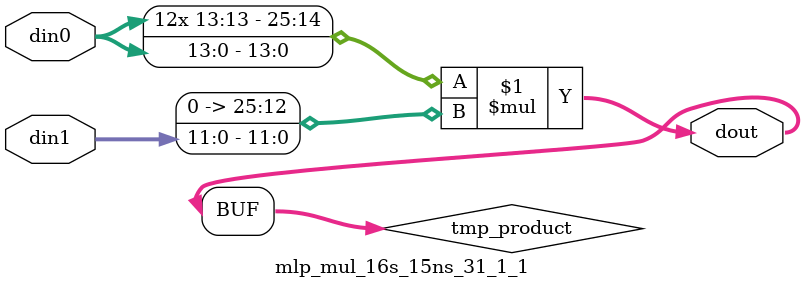
<source format=v>

`timescale 1 ns / 1 ps

 module mlp_mul_16s_15ns_31_1_1(din0, din1, dout);
parameter ID = 1;
parameter NUM_STAGE = 0;
parameter din0_WIDTH = 14;
parameter din1_WIDTH = 12;
parameter dout_WIDTH = 26;

input [din0_WIDTH - 1 : 0] din0; 
input [din1_WIDTH - 1 : 0] din1; 
output [dout_WIDTH - 1 : 0] dout;

wire signed [dout_WIDTH - 1 : 0] tmp_product;


























assign tmp_product = $signed(din0) * $signed({1'b0, din1});









assign dout = tmp_product;





















endmodule

</source>
